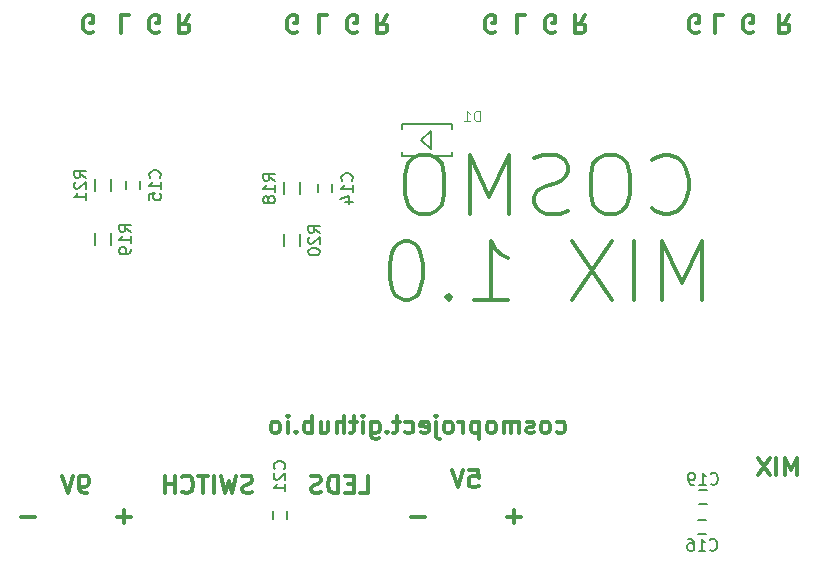
<source format=gbr>
G04 #@! TF.FileFunction,Legend,Bot*
%FSLAX46Y46*%
G04 Gerber Fmt 4.6, Leading zero omitted, Abs format (unit mm)*
G04 Created by KiCad (PCBNEW (2015-10-25 BZR 6279)-product) date Monday 26. October 2015 20.42.08*
%MOMM*%
G01*
G04 APERTURE LIST*
%ADD10C,0.100000*%
%ADD11C,0.300000*%
%ADD12C,0.150000*%
%ADD13C,0.127000*%
%ADD14C,0.096520*%
G04 APERTURE END LIST*
D10*
D11*
X210867428Y-108374571D02*
X210867428Y-106874571D01*
X210367428Y-107946000D01*
X209867428Y-106874571D01*
X209867428Y-108374571D01*
X209153142Y-108374571D02*
X209153142Y-106874571D01*
X208581713Y-106874571D02*
X207581713Y-108374571D01*
X207581713Y-106874571D02*
X208581713Y-108374571D01*
X164786000Y-109827143D02*
X164571714Y-109898571D01*
X164214571Y-109898571D01*
X164071714Y-109827143D01*
X164000285Y-109755714D01*
X163928857Y-109612857D01*
X163928857Y-109470000D01*
X164000285Y-109327143D01*
X164071714Y-109255714D01*
X164214571Y-109184286D01*
X164500285Y-109112857D01*
X164643143Y-109041429D01*
X164714571Y-108970000D01*
X164786000Y-108827143D01*
X164786000Y-108684286D01*
X164714571Y-108541429D01*
X164643143Y-108470000D01*
X164500285Y-108398571D01*
X164143143Y-108398571D01*
X163928857Y-108470000D01*
X163428857Y-108398571D02*
X163071714Y-109898571D01*
X162786000Y-108827143D01*
X162500286Y-109898571D01*
X162143143Y-108398571D01*
X161571714Y-109898571D02*
X161571714Y-108398571D01*
X161071714Y-108398571D02*
X160214571Y-108398571D01*
X160643142Y-109898571D02*
X160643142Y-108398571D01*
X158857428Y-109755714D02*
X158928857Y-109827143D01*
X159143143Y-109898571D01*
X159286000Y-109898571D01*
X159500285Y-109827143D01*
X159643143Y-109684286D01*
X159714571Y-109541429D01*
X159786000Y-109255714D01*
X159786000Y-109041429D01*
X159714571Y-108755714D01*
X159643143Y-108612857D01*
X159500285Y-108470000D01*
X159286000Y-108398571D01*
X159143143Y-108398571D01*
X158928857Y-108470000D01*
X158857428Y-108541429D01*
X158214571Y-109898571D02*
X158214571Y-108398571D01*
X158214571Y-109112857D02*
X157357428Y-109112857D01*
X157357428Y-109898571D02*
X157357428Y-108398571D01*
X173890571Y-109898571D02*
X174604857Y-109898571D01*
X174604857Y-108398571D01*
X173390571Y-109112857D02*
X172890571Y-109112857D01*
X172676285Y-109898571D02*
X173390571Y-109898571D01*
X173390571Y-108398571D01*
X172676285Y-108398571D01*
X172033428Y-109898571D02*
X172033428Y-108398571D01*
X171676285Y-108398571D01*
X171462000Y-108470000D01*
X171319142Y-108612857D01*
X171247714Y-108755714D01*
X171176285Y-109041429D01*
X171176285Y-109255714D01*
X171247714Y-109541429D01*
X171319142Y-109684286D01*
X171462000Y-109827143D01*
X171676285Y-109898571D01*
X172033428Y-109898571D01*
X170604857Y-109827143D02*
X170390571Y-109898571D01*
X170033428Y-109898571D01*
X169890571Y-109827143D01*
X169819142Y-109755714D01*
X169747714Y-109612857D01*
X169747714Y-109470000D01*
X169819142Y-109327143D01*
X169890571Y-109255714D01*
X170033428Y-109184286D01*
X170319142Y-109112857D01*
X170462000Y-109041429D01*
X170533428Y-108970000D01*
X170604857Y-108827143D01*
X170604857Y-108684286D01*
X170533428Y-108541429D01*
X170462000Y-108470000D01*
X170319142Y-108398571D01*
X169962000Y-108398571D01*
X169747714Y-108470000D01*
X183165713Y-107890571D02*
X183879999Y-107890571D01*
X183951428Y-108604857D01*
X183879999Y-108533429D01*
X183737142Y-108462000D01*
X183379999Y-108462000D01*
X183237142Y-108533429D01*
X183165713Y-108604857D01*
X183094285Y-108747714D01*
X183094285Y-109104857D01*
X183165713Y-109247714D01*
X183237142Y-109319143D01*
X183379999Y-109390571D01*
X183737142Y-109390571D01*
X183879999Y-109319143D01*
X183951428Y-109247714D01*
X182665714Y-107890571D02*
X182165714Y-109390571D01*
X181665714Y-107890571D01*
X150788571Y-109898571D02*
X150502856Y-109898571D01*
X150359999Y-109827143D01*
X150288571Y-109755714D01*
X150145713Y-109541429D01*
X150074285Y-109255714D01*
X150074285Y-108684286D01*
X150145713Y-108541429D01*
X150217142Y-108470000D01*
X150359999Y-108398571D01*
X150645713Y-108398571D01*
X150788571Y-108470000D01*
X150859999Y-108541429D01*
X150931428Y-108684286D01*
X150931428Y-109041429D01*
X150859999Y-109184286D01*
X150788571Y-109255714D01*
X150645713Y-109327143D01*
X150359999Y-109327143D01*
X150217142Y-109255714D01*
X150145713Y-109184286D01*
X150074285Y-109041429D01*
X149645714Y-108398571D02*
X149145714Y-109898571D01*
X148645714Y-108398571D01*
X146367428Y-111867143D02*
X145224571Y-111867143D01*
X179387428Y-111867143D02*
X178244571Y-111867143D01*
X187515428Y-111867143D02*
X186372571Y-111867143D01*
X186944000Y-112438571D02*
X186944000Y-111295714D01*
X154495428Y-111867143D02*
X153352571Y-111867143D01*
X153924000Y-112438571D02*
X153924000Y-111295714D01*
X190566001Y-104747143D02*
X190708858Y-104818571D01*
X190994572Y-104818571D01*
X191137430Y-104747143D01*
X191208858Y-104675714D01*
X191280287Y-104532857D01*
X191280287Y-104104286D01*
X191208858Y-103961429D01*
X191137430Y-103890000D01*
X190994572Y-103818571D01*
X190708858Y-103818571D01*
X190566001Y-103890000D01*
X189708858Y-104818571D02*
X189851716Y-104747143D01*
X189923144Y-104675714D01*
X189994573Y-104532857D01*
X189994573Y-104104286D01*
X189923144Y-103961429D01*
X189851716Y-103890000D01*
X189708858Y-103818571D01*
X189494573Y-103818571D01*
X189351716Y-103890000D01*
X189280287Y-103961429D01*
X189208858Y-104104286D01*
X189208858Y-104532857D01*
X189280287Y-104675714D01*
X189351716Y-104747143D01*
X189494573Y-104818571D01*
X189708858Y-104818571D01*
X188637430Y-104747143D02*
X188494573Y-104818571D01*
X188208858Y-104818571D01*
X188066001Y-104747143D01*
X187994573Y-104604286D01*
X187994573Y-104532857D01*
X188066001Y-104390000D01*
X188208858Y-104318571D01*
X188423144Y-104318571D01*
X188566001Y-104247143D01*
X188637430Y-104104286D01*
X188637430Y-104032857D01*
X188566001Y-103890000D01*
X188423144Y-103818571D01*
X188208858Y-103818571D01*
X188066001Y-103890000D01*
X187351715Y-104818571D02*
X187351715Y-103818571D01*
X187351715Y-103961429D02*
X187280287Y-103890000D01*
X187137429Y-103818571D01*
X186923144Y-103818571D01*
X186780287Y-103890000D01*
X186708858Y-104032857D01*
X186708858Y-104818571D01*
X186708858Y-104032857D02*
X186637429Y-103890000D01*
X186494572Y-103818571D01*
X186280287Y-103818571D01*
X186137429Y-103890000D01*
X186066001Y-104032857D01*
X186066001Y-104818571D01*
X185137429Y-104818571D02*
X185280287Y-104747143D01*
X185351715Y-104675714D01*
X185423144Y-104532857D01*
X185423144Y-104104286D01*
X185351715Y-103961429D01*
X185280287Y-103890000D01*
X185137429Y-103818571D01*
X184923144Y-103818571D01*
X184780287Y-103890000D01*
X184708858Y-103961429D01*
X184637429Y-104104286D01*
X184637429Y-104532857D01*
X184708858Y-104675714D01*
X184780287Y-104747143D01*
X184923144Y-104818571D01*
X185137429Y-104818571D01*
X183994572Y-103818571D02*
X183994572Y-105318571D01*
X183994572Y-103890000D02*
X183851715Y-103818571D01*
X183566001Y-103818571D01*
X183423144Y-103890000D01*
X183351715Y-103961429D01*
X183280286Y-104104286D01*
X183280286Y-104532857D01*
X183351715Y-104675714D01*
X183423144Y-104747143D01*
X183566001Y-104818571D01*
X183851715Y-104818571D01*
X183994572Y-104747143D01*
X182637429Y-104818571D02*
X182637429Y-103818571D01*
X182637429Y-104104286D02*
X182566001Y-103961429D01*
X182494572Y-103890000D01*
X182351715Y-103818571D01*
X182208858Y-103818571D01*
X181494572Y-104818571D02*
X181637430Y-104747143D01*
X181708858Y-104675714D01*
X181780287Y-104532857D01*
X181780287Y-104104286D01*
X181708858Y-103961429D01*
X181637430Y-103890000D01*
X181494572Y-103818571D01*
X181280287Y-103818571D01*
X181137430Y-103890000D01*
X181066001Y-103961429D01*
X180994572Y-104104286D01*
X180994572Y-104532857D01*
X181066001Y-104675714D01*
X181137430Y-104747143D01*
X181280287Y-104818571D01*
X181494572Y-104818571D01*
X180351715Y-103818571D02*
X180351715Y-105104286D01*
X180423144Y-105247143D01*
X180566001Y-105318571D01*
X180637429Y-105318571D01*
X180351715Y-103318571D02*
X180423144Y-103390000D01*
X180351715Y-103461429D01*
X180280287Y-103390000D01*
X180351715Y-103318571D01*
X180351715Y-103461429D01*
X179066001Y-104747143D02*
X179208858Y-104818571D01*
X179494572Y-104818571D01*
X179637429Y-104747143D01*
X179708858Y-104604286D01*
X179708858Y-104032857D01*
X179637429Y-103890000D01*
X179494572Y-103818571D01*
X179208858Y-103818571D01*
X179066001Y-103890000D01*
X178994572Y-104032857D01*
X178994572Y-104175714D01*
X179708858Y-104318571D01*
X177708858Y-104747143D02*
X177851715Y-104818571D01*
X178137429Y-104818571D01*
X178280287Y-104747143D01*
X178351715Y-104675714D01*
X178423144Y-104532857D01*
X178423144Y-104104286D01*
X178351715Y-103961429D01*
X178280287Y-103890000D01*
X178137429Y-103818571D01*
X177851715Y-103818571D01*
X177708858Y-103890000D01*
X177280287Y-103818571D02*
X176708858Y-103818571D01*
X177066001Y-103318571D02*
X177066001Y-104604286D01*
X176994573Y-104747143D01*
X176851715Y-104818571D01*
X176708858Y-104818571D01*
X176208858Y-104675714D02*
X176137430Y-104747143D01*
X176208858Y-104818571D01*
X176280287Y-104747143D01*
X176208858Y-104675714D01*
X176208858Y-104818571D01*
X174851715Y-103818571D02*
X174851715Y-105032857D01*
X174923144Y-105175714D01*
X174994572Y-105247143D01*
X175137429Y-105318571D01*
X175351715Y-105318571D01*
X175494572Y-105247143D01*
X174851715Y-104747143D02*
X174994572Y-104818571D01*
X175280286Y-104818571D01*
X175423144Y-104747143D01*
X175494572Y-104675714D01*
X175566001Y-104532857D01*
X175566001Y-104104286D01*
X175494572Y-103961429D01*
X175423144Y-103890000D01*
X175280286Y-103818571D01*
X174994572Y-103818571D01*
X174851715Y-103890000D01*
X174137429Y-104818571D02*
X174137429Y-103818571D01*
X174137429Y-103318571D02*
X174208858Y-103390000D01*
X174137429Y-103461429D01*
X174066001Y-103390000D01*
X174137429Y-103318571D01*
X174137429Y-103461429D01*
X173637429Y-103818571D02*
X173066000Y-103818571D01*
X173423143Y-103318571D02*
X173423143Y-104604286D01*
X173351715Y-104747143D01*
X173208857Y-104818571D01*
X173066000Y-104818571D01*
X172566000Y-104818571D02*
X172566000Y-103318571D01*
X171923143Y-104818571D02*
X171923143Y-104032857D01*
X171994572Y-103890000D01*
X172137429Y-103818571D01*
X172351714Y-103818571D01*
X172494572Y-103890000D01*
X172566000Y-103961429D01*
X170566000Y-103818571D02*
X170566000Y-104818571D01*
X171208857Y-103818571D02*
X171208857Y-104604286D01*
X171137429Y-104747143D01*
X170994571Y-104818571D01*
X170780286Y-104818571D01*
X170637429Y-104747143D01*
X170566000Y-104675714D01*
X169851714Y-104818571D02*
X169851714Y-103318571D01*
X169851714Y-103890000D02*
X169708857Y-103818571D01*
X169423143Y-103818571D01*
X169280286Y-103890000D01*
X169208857Y-103961429D01*
X169137428Y-104104286D01*
X169137428Y-104532857D01*
X169208857Y-104675714D01*
X169280286Y-104747143D01*
X169423143Y-104818571D01*
X169708857Y-104818571D01*
X169851714Y-104747143D01*
X168494571Y-104675714D02*
X168423143Y-104747143D01*
X168494571Y-104818571D01*
X168566000Y-104747143D01*
X168494571Y-104675714D01*
X168494571Y-104818571D01*
X167780285Y-104818571D02*
X167780285Y-103818571D01*
X167780285Y-103318571D02*
X167851714Y-103390000D01*
X167780285Y-103461429D01*
X167708857Y-103390000D01*
X167780285Y-103318571D01*
X167780285Y-103461429D01*
X166851713Y-104818571D02*
X166994571Y-104747143D01*
X167065999Y-104675714D01*
X167137428Y-104532857D01*
X167137428Y-104104286D01*
X167065999Y-103961429D01*
X166994571Y-103890000D01*
X166851713Y-103818571D01*
X166637428Y-103818571D01*
X166494571Y-103890000D01*
X166423142Y-103961429D01*
X166351713Y-104104286D01*
X166351713Y-104532857D01*
X166423142Y-104675714D01*
X166494571Y-104747143D01*
X166637428Y-104818571D01*
X166851713Y-104818571D01*
X198666571Y-85765714D02*
X198904666Y-86003810D01*
X199618952Y-86241905D01*
X200095142Y-86241905D01*
X200809428Y-86003810D01*
X201285619Y-85527619D01*
X201523714Y-85051429D01*
X201761809Y-84099048D01*
X201761809Y-83384762D01*
X201523714Y-82432381D01*
X201285619Y-81956190D01*
X200809428Y-81480000D01*
X200095142Y-81241905D01*
X199618952Y-81241905D01*
X198904666Y-81480000D01*
X198666571Y-81718095D01*
X195571333Y-81241905D02*
X194618952Y-81241905D01*
X194142761Y-81480000D01*
X193666571Y-81956190D01*
X193428476Y-82908571D01*
X193428476Y-84575238D01*
X193666571Y-85527619D01*
X194142761Y-86003810D01*
X194618952Y-86241905D01*
X195571333Y-86241905D01*
X196047523Y-86003810D01*
X196523714Y-85527619D01*
X196761809Y-84575238D01*
X196761809Y-82908571D01*
X196523714Y-81956190D01*
X196047523Y-81480000D01*
X195571333Y-81241905D01*
X191523714Y-86003810D02*
X190809428Y-86241905D01*
X189618952Y-86241905D01*
X189142762Y-86003810D01*
X188904666Y-85765714D01*
X188666571Y-85289524D01*
X188666571Y-84813333D01*
X188904666Y-84337143D01*
X189142762Y-84099048D01*
X189618952Y-83860952D01*
X190571333Y-83622857D01*
X191047524Y-83384762D01*
X191285619Y-83146667D01*
X191523714Y-82670476D01*
X191523714Y-82194286D01*
X191285619Y-81718095D01*
X191047524Y-81480000D01*
X190571333Y-81241905D01*
X189380857Y-81241905D01*
X188666571Y-81480000D01*
X186523714Y-86241905D02*
X186523714Y-81241905D01*
X184857047Y-84813333D01*
X183190380Y-81241905D01*
X183190380Y-86241905D01*
X179857047Y-81241905D02*
X178904666Y-81241905D01*
X178428475Y-81480000D01*
X177952285Y-81956190D01*
X177714190Y-82908571D01*
X177714190Y-84575238D01*
X177952285Y-85527619D01*
X178428475Y-86003810D01*
X178904666Y-86241905D01*
X179857047Y-86241905D01*
X180333237Y-86003810D01*
X180809428Y-85527619D01*
X181047523Y-84575238D01*
X181047523Y-82908571D01*
X180809428Y-81956190D01*
X180333237Y-81480000D01*
X179857047Y-81241905D01*
X202833238Y-93541905D02*
X202833238Y-88541905D01*
X201166571Y-92113333D01*
X199499904Y-88541905D01*
X199499904Y-93541905D01*
X197118952Y-93541905D02*
X197118952Y-88541905D01*
X195214190Y-88541905D02*
X191880857Y-93541905D01*
X191880857Y-88541905D02*
X195214190Y-93541905D01*
X183547523Y-93541905D02*
X186404666Y-93541905D01*
X184976095Y-93541905D02*
X184976095Y-88541905D01*
X185452285Y-89256190D01*
X185928476Y-89732381D01*
X186404666Y-89970476D01*
X181404666Y-93065714D02*
X181166571Y-93303810D01*
X181404666Y-93541905D01*
X181642761Y-93303810D01*
X181404666Y-93065714D01*
X181404666Y-93541905D01*
X178071333Y-88541905D02*
X177595142Y-88541905D01*
X177118952Y-88780000D01*
X176880857Y-89018095D01*
X176642761Y-89494286D01*
X176404666Y-90446667D01*
X176404666Y-91637143D01*
X176642761Y-92589524D01*
X176880857Y-93065714D01*
X177118952Y-93303810D01*
X177595142Y-93541905D01*
X178071333Y-93541905D01*
X178547523Y-93303810D01*
X178785619Y-93065714D01*
X179023714Y-92589524D01*
X179261809Y-91637143D01*
X179261809Y-90446667D01*
X179023714Y-89494286D01*
X178785619Y-89018095D01*
X178547523Y-88780000D01*
X178071333Y-88541905D01*
X204680286Y-69425429D02*
X203966000Y-69425429D01*
X203966000Y-70925429D01*
X187916286Y-69425429D02*
X187202000Y-69425429D01*
X187202000Y-70925429D01*
X171152286Y-69425429D02*
X170438000Y-69425429D01*
X170438000Y-70925429D01*
X154388286Y-69425429D02*
X153674000Y-69425429D01*
X153674000Y-70925429D01*
X159468286Y-69425429D02*
X158968286Y-70139714D01*
X158611143Y-69425429D02*
X158611143Y-70925429D01*
X159182571Y-70925429D01*
X159325429Y-70854000D01*
X159396857Y-70782571D01*
X159468286Y-70639714D01*
X159468286Y-70425429D01*
X159396857Y-70282571D01*
X159325429Y-70211143D01*
X159182571Y-70139714D01*
X158611143Y-70139714D01*
X176232286Y-69425429D02*
X175732286Y-70139714D01*
X175375143Y-69425429D02*
X175375143Y-70925429D01*
X175946571Y-70925429D01*
X176089429Y-70854000D01*
X176160857Y-70782571D01*
X176232286Y-70639714D01*
X176232286Y-70425429D01*
X176160857Y-70282571D01*
X176089429Y-70211143D01*
X175946571Y-70139714D01*
X175375143Y-70139714D01*
X192996286Y-69425429D02*
X192496286Y-70139714D01*
X192139143Y-69425429D02*
X192139143Y-70925429D01*
X192710571Y-70925429D01*
X192853429Y-70854000D01*
X192924857Y-70782571D01*
X192996286Y-70639714D01*
X192996286Y-70425429D01*
X192924857Y-70282571D01*
X192853429Y-70211143D01*
X192710571Y-70139714D01*
X192139143Y-70139714D01*
X210268286Y-69425429D02*
X209768286Y-70139714D01*
X209411143Y-69425429D02*
X209411143Y-70925429D01*
X209982571Y-70925429D01*
X210125429Y-70854000D01*
X210196857Y-70782571D01*
X210268286Y-70639714D01*
X210268286Y-70425429D01*
X210196857Y-70282571D01*
X210125429Y-70211143D01*
X209982571Y-70139714D01*
X209411143Y-70139714D01*
X207148857Y-70854000D02*
X207006000Y-70925429D01*
X206791714Y-70925429D01*
X206577429Y-70854000D01*
X206434571Y-70711143D01*
X206363143Y-70568286D01*
X206291714Y-70282571D01*
X206291714Y-70068286D01*
X206363143Y-69782571D01*
X206434571Y-69639714D01*
X206577429Y-69496857D01*
X206791714Y-69425429D01*
X206934571Y-69425429D01*
X207148857Y-69496857D01*
X207220286Y-69568286D01*
X207220286Y-70068286D01*
X206934571Y-70068286D01*
X202576857Y-70854000D02*
X202434000Y-70925429D01*
X202219714Y-70925429D01*
X202005429Y-70854000D01*
X201862571Y-70711143D01*
X201791143Y-70568286D01*
X201719714Y-70282571D01*
X201719714Y-70068286D01*
X201791143Y-69782571D01*
X201862571Y-69639714D01*
X202005429Y-69496857D01*
X202219714Y-69425429D01*
X202362571Y-69425429D01*
X202576857Y-69496857D01*
X202648286Y-69568286D01*
X202648286Y-70068286D01*
X202362571Y-70068286D01*
X190384857Y-70854000D02*
X190242000Y-70925429D01*
X190027714Y-70925429D01*
X189813429Y-70854000D01*
X189670571Y-70711143D01*
X189599143Y-70568286D01*
X189527714Y-70282571D01*
X189527714Y-70068286D01*
X189599143Y-69782571D01*
X189670571Y-69639714D01*
X189813429Y-69496857D01*
X190027714Y-69425429D01*
X190170571Y-69425429D01*
X190384857Y-69496857D01*
X190456286Y-69568286D01*
X190456286Y-70068286D01*
X190170571Y-70068286D01*
X185304857Y-70854000D02*
X185162000Y-70925429D01*
X184947714Y-70925429D01*
X184733429Y-70854000D01*
X184590571Y-70711143D01*
X184519143Y-70568286D01*
X184447714Y-70282571D01*
X184447714Y-70068286D01*
X184519143Y-69782571D01*
X184590571Y-69639714D01*
X184733429Y-69496857D01*
X184947714Y-69425429D01*
X185090571Y-69425429D01*
X185304857Y-69496857D01*
X185376286Y-69568286D01*
X185376286Y-70068286D01*
X185090571Y-70068286D01*
X151268857Y-70854000D02*
X151126000Y-70925429D01*
X150911714Y-70925429D01*
X150697429Y-70854000D01*
X150554571Y-70711143D01*
X150483143Y-70568286D01*
X150411714Y-70282571D01*
X150411714Y-70068286D01*
X150483143Y-69782571D01*
X150554571Y-69639714D01*
X150697429Y-69496857D01*
X150911714Y-69425429D01*
X151054571Y-69425429D01*
X151268857Y-69496857D01*
X151340286Y-69568286D01*
X151340286Y-70068286D01*
X151054571Y-70068286D01*
X156856857Y-70854000D02*
X156714000Y-70925429D01*
X156499714Y-70925429D01*
X156285429Y-70854000D01*
X156142571Y-70711143D01*
X156071143Y-70568286D01*
X155999714Y-70282571D01*
X155999714Y-70068286D01*
X156071143Y-69782571D01*
X156142571Y-69639714D01*
X156285429Y-69496857D01*
X156499714Y-69425429D01*
X156642571Y-69425429D01*
X156856857Y-69496857D01*
X156928286Y-69568286D01*
X156928286Y-70068286D01*
X156642571Y-70068286D01*
X173620857Y-70854000D02*
X173478000Y-70925429D01*
X173263714Y-70925429D01*
X173049429Y-70854000D01*
X172906571Y-70711143D01*
X172835143Y-70568286D01*
X172763714Y-70282571D01*
X172763714Y-70068286D01*
X172835143Y-69782571D01*
X172906571Y-69639714D01*
X173049429Y-69496857D01*
X173263714Y-69425429D01*
X173406571Y-69425429D01*
X173620857Y-69496857D01*
X173692286Y-69568286D01*
X173692286Y-70068286D01*
X173406571Y-70068286D01*
X168540857Y-70854000D02*
X168398000Y-70925429D01*
X168183714Y-70925429D01*
X167969429Y-70854000D01*
X167826571Y-70711143D01*
X167755143Y-70568286D01*
X167683714Y-70282571D01*
X167683714Y-70068286D01*
X167755143Y-69782571D01*
X167826571Y-69639714D01*
X167969429Y-69496857D01*
X168183714Y-69425429D01*
X168326571Y-69425429D01*
X168540857Y-69496857D01*
X168612286Y-69568286D01*
X168612286Y-70068286D01*
X168326571Y-70068286D01*
D12*
X151471000Y-87892000D02*
X151471000Y-88892000D01*
X152821000Y-88892000D02*
X152821000Y-87892000D01*
D13*
X181714140Y-78661260D02*
X177426620Y-78661260D01*
X177426620Y-81358740D02*
X181714140Y-81358740D01*
X177421540Y-78712060D02*
X177421540Y-79011780D01*
X177421540Y-81307940D02*
X177421540Y-81008220D01*
X181719220Y-81307940D02*
X181719220Y-81008220D01*
X181719220Y-78712060D02*
X181719220Y-79011780D01*
X179951380Y-79248000D02*
X179062380Y-80010000D01*
X179062380Y-80010000D02*
X179951380Y-80772000D01*
X179951380Y-80772000D02*
X179951380Y-79248000D01*
D12*
X171542000Y-84424000D02*
X171542000Y-83724000D01*
X170342000Y-83724000D02*
X170342000Y-84424000D01*
X155286000Y-84170000D02*
X155286000Y-83470000D01*
X154086000Y-83470000D02*
X154086000Y-84170000D01*
X202530000Y-113376000D02*
X203230000Y-113376000D01*
X203230000Y-112176000D02*
X202530000Y-112176000D01*
X202596000Y-110836000D02*
X203296000Y-110836000D01*
X203296000Y-109636000D02*
X202596000Y-109636000D01*
X168823000Y-84574000D02*
X168823000Y-83574000D01*
X167473000Y-83574000D02*
X167473000Y-84574000D01*
X167473000Y-87976000D02*
X167473000Y-88976000D01*
X168823000Y-88976000D02*
X168823000Y-87976000D01*
X152821000Y-84320000D02*
X152821000Y-83320000D01*
X151471000Y-83320000D02*
X151471000Y-84320000D01*
X167732000Y-112110000D02*
X167732000Y-111410000D01*
X166532000Y-111410000D02*
X166532000Y-112110000D01*
X154498381Y-87749143D02*
X154022190Y-87415809D01*
X154498381Y-87177714D02*
X153498381Y-87177714D01*
X153498381Y-87558667D01*
X153546000Y-87653905D01*
X153593619Y-87701524D01*
X153688857Y-87749143D01*
X153831714Y-87749143D01*
X153926952Y-87701524D01*
X153974571Y-87653905D01*
X154022190Y-87558667D01*
X154022190Y-87177714D01*
X154498381Y-88701524D02*
X154498381Y-88130095D01*
X154498381Y-88415809D02*
X153498381Y-88415809D01*
X153641238Y-88320571D01*
X153736476Y-88225333D01*
X153784095Y-88130095D01*
X154498381Y-89177714D02*
X154498381Y-89368190D01*
X154450762Y-89463429D01*
X154403143Y-89511048D01*
X154260286Y-89606286D01*
X154069810Y-89653905D01*
X153688857Y-89653905D01*
X153593619Y-89606286D01*
X153546000Y-89558667D01*
X153498381Y-89463429D01*
X153498381Y-89272952D01*
X153546000Y-89177714D01*
X153593619Y-89130095D01*
X153688857Y-89082476D01*
X153926952Y-89082476D01*
X154022190Y-89130095D01*
X154069810Y-89177714D01*
X154117429Y-89272952D01*
X154117429Y-89463429D01*
X154069810Y-89558667D01*
X154022190Y-89606286D01*
X153926952Y-89653905D01*
D14*
X184044166Y-78380167D02*
X184044166Y-77491167D01*
X183832500Y-77491167D01*
X183705500Y-77533500D01*
X183620833Y-77618167D01*
X183578500Y-77702833D01*
X183536166Y-77872167D01*
X183536166Y-77999167D01*
X183578500Y-78168500D01*
X183620833Y-78253167D01*
X183705500Y-78337833D01*
X183832500Y-78380167D01*
X184044166Y-78380167D01*
X182689500Y-78380167D02*
X183197500Y-78380167D01*
X182943500Y-78380167D02*
X182943500Y-77491167D01*
X183028166Y-77618167D01*
X183112833Y-77702833D01*
X183197500Y-77745167D01*
D12*
X173199143Y-83431143D02*
X173246762Y-83383524D01*
X173294381Y-83240667D01*
X173294381Y-83145429D01*
X173246762Y-83002571D01*
X173151524Y-82907333D01*
X173056286Y-82859714D01*
X172865810Y-82812095D01*
X172722952Y-82812095D01*
X172532476Y-82859714D01*
X172437238Y-82907333D01*
X172342000Y-83002571D01*
X172294381Y-83145429D01*
X172294381Y-83240667D01*
X172342000Y-83383524D01*
X172389619Y-83431143D01*
X173294381Y-84383524D02*
X173294381Y-83812095D01*
X173294381Y-84097809D02*
X172294381Y-84097809D01*
X172437238Y-84002571D01*
X172532476Y-83907333D01*
X172580095Y-83812095D01*
X172627714Y-85240667D02*
X173294381Y-85240667D01*
X172246762Y-85002571D02*
X172961048Y-84764476D01*
X172961048Y-85383524D01*
X156943143Y-83177143D02*
X156990762Y-83129524D01*
X157038381Y-82986667D01*
X157038381Y-82891429D01*
X156990762Y-82748571D01*
X156895524Y-82653333D01*
X156800286Y-82605714D01*
X156609810Y-82558095D01*
X156466952Y-82558095D01*
X156276476Y-82605714D01*
X156181238Y-82653333D01*
X156086000Y-82748571D01*
X156038381Y-82891429D01*
X156038381Y-82986667D01*
X156086000Y-83129524D01*
X156133619Y-83177143D01*
X157038381Y-84129524D02*
X157038381Y-83558095D01*
X157038381Y-83843809D02*
X156038381Y-83843809D01*
X156181238Y-83748571D01*
X156276476Y-83653333D01*
X156324095Y-83558095D01*
X156038381Y-85034286D02*
X156038381Y-84558095D01*
X156514571Y-84510476D01*
X156466952Y-84558095D01*
X156419333Y-84653333D01*
X156419333Y-84891429D01*
X156466952Y-84986667D01*
X156514571Y-85034286D01*
X156609810Y-85081905D01*
X156847905Y-85081905D01*
X156943143Y-85034286D01*
X156990762Y-84986667D01*
X157038381Y-84891429D01*
X157038381Y-84653333D01*
X156990762Y-84558095D01*
X156943143Y-84510476D01*
X203522857Y-114657143D02*
X203570476Y-114704762D01*
X203713333Y-114752381D01*
X203808571Y-114752381D01*
X203951429Y-114704762D01*
X204046667Y-114609524D01*
X204094286Y-114514286D01*
X204141905Y-114323810D01*
X204141905Y-114180952D01*
X204094286Y-113990476D01*
X204046667Y-113895238D01*
X203951429Y-113800000D01*
X203808571Y-113752381D01*
X203713333Y-113752381D01*
X203570476Y-113800000D01*
X203522857Y-113847619D01*
X202570476Y-114752381D02*
X203141905Y-114752381D01*
X202856191Y-114752381D02*
X202856191Y-113752381D01*
X202951429Y-113895238D01*
X203046667Y-113990476D01*
X203141905Y-114038095D01*
X201713333Y-113752381D02*
X201903810Y-113752381D01*
X201999048Y-113800000D01*
X202046667Y-113847619D01*
X202141905Y-113990476D01*
X202189524Y-114180952D01*
X202189524Y-114561905D01*
X202141905Y-114657143D01*
X202094286Y-114704762D01*
X201999048Y-114752381D01*
X201808571Y-114752381D01*
X201713333Y-114704762D01*
X201665714Y-114657143D01*
X201618095Y-114561905D01*
X201618095Y-114323810D01*
X201665714Y-114228571D01*
X201713333Y-114180952D01*
X201808571Y-114133333D01*
X201999048Y-114133333D01*
X202094286Y-114180952D01*
X202141905Y-114228571D01*
X202189524Y-114323810D01*
X203588857Y-109069143D02*
X203636476Y-109116762D01*
X203779333Y-109164381D01*
X203874571Y-109164381D01*
X204017429Y-109116762D01*
X204112667Y-109021524D01*
X204160286Y-108926286D01*
X204207905Y-108735810D01*
X204207905Y-108592952D01*
X204160286Y-108402476D01*
X204112667Y-108307238D01*
X204017429Y-108212000D01*
X203874571Y-108164381D01*
X203779333Y-108164381D01*
X203636476Y-108212000D01*
X203588857Y-108259619D01*
X202636476Y-109164381D02*
X203207905Y-109164381D01*
X202922191Y-109164381D02*
X202922191Y-108164381D01*
X203017429Y-108307238D01*
X203112667Y-108402476D01*
X203207905Y-108450095D01*
X202160286Y-109164381D02*
X201969810Y-109164381D01*
X201874571Y-109116762D01*
X201826952Y-109069143D01*
X201731714Y-108926286D01*
X201684095Y-108735810D01*
X201684095Y-108354857D01*
X201731714Y-108259619D01*
X201779333Y-108212000D01*
X201874571Y-108164381D01*
X202065048Y-108164381D01*
X202160286Y-108212000D01*
X202207905Y-108259619D01*
X202255524Y-108354857D01*
X202255524Y-108592952D01*
X202207905Y-108688190D01*
X202160286Y-108735810D01*
X202065048Y-108783429D01*
X201874571Y-108783429D01*
X201779333Y-108735810D01*
X201731714Y-108688190D01*
X201684095Y-108592952D01*
X166700381Y-83431143D02*
X166224190Y-83097809D01*
X166700381Y-82859714D02*
X165700381Y-82859714D01*
X165700381Y-83240667D01*
X165748000Y-83335905D01*
X165795619Y-83383524D01*
X165890857Y-83431143D01*
X166033714Y-83431143D01*
X166128952Y-83383524D01*
X166176571Y-83335905D01*
X166224190Y-83240667D01*
X166224190Y-82859714D01*
X166700381Y-84383524D02*
X166700381Y-83812095D01*
X166700381Y-84097809D02*
X165700381Y-84097809D01*
X165843238Y-84002571D01*
X165938476Y-83907333D01*
X165986095Y-83812095D01*
X166128952Y-84954952D02*
X166081333Y-84859714D01*
X166033714Y-84812095D01*
X165938476Y-84764476D01*
X165890857Y-84764476D01*
X165795619Y-84812095D01*
X165748000Y-84859714D01*
X165700381Y-84954952D01*
X165700381Y-85145429D01*
X165748000Y-85240667D01*
X165795619Y-85288286D01*
X165890857Y-85335905D01*
X165938476Y-85335905D01*
X166033714Y-85288286D01*
X166081333Y-85240667D01*
X166128952Y-85145429D01*
X166128952Y-84954952D01*
X166176571Y-84859714D01*
X166224190Y-84812095D01*
X166319429Y-84764476D01*
X166509905Y-84764476D01*
X166605143Y-84812095D01*
X166652762Y-84859714D01*
X166700381Y-84954952D01*
X166700381Y-85145429D01*
X166652762Y-85240667D01*
X166605143Y-85288286D01*
X166509905Y-85335905D01*
X166319429Y-85335905D01*
X166224190Y-85288286D01*
X166176571Y-85240667D01*
X166128952Y-85145429D01*
X170500381Y-87833143D02*
X170024190Y-87499809D01*
X170500381Y-87261714D02*
X169500381Y-87261714D01*
X169500381Y-87642667D01*
X169548000Y-87737905D01*
X169595619Y-87785524D01*
X169690857Y-87833143D01*
X169833714Y-87833143D01*
X169928952Y-87785524D01*
X169976571Y-87737905D01*
X170024190Y-87642667D01*
X170024190Y-87261714D01*
X169595619Y-88214095D02*
X169548000Y-88261714D01*
X169500381Y-88356952D01*
X169500381Y-88595048D01*
X169548000Y-88690286D01*
X169595619Y-88737905D01*
X169690857Y-88785524D01*
X169786095Y-88785524D01*
X169928952Y-88737905D01*
X170500381Y-88166476D01*
X170500381Y-88785524D01*
X169500381Y-89404571D02*
X169500381Y-89499810D01*
X169548000Y-89595048D01*
X169595619Y-89642667D01*
X169690857Y-89690286D01*
X169881333Y-89737905D01*
X170119429Y-89737905D01*
X170309905Y-89690286D01*
X170405143Y-89642667D01*
X170452762Y-89595048D01*
X170500381Y-89499810D01*
X170500381Y-89404571D01*
X170452762Y-89309333D01*
X170405143Y-89261714D01*
X170309905Y-89214095D01*
X170119429Y-89166476D01*
X169881333Y-89166476D01*
X169690857Y-89214095D01*
X169595619Y-89261714D01*
X169548000Y-89309333D01*
X169500381Y-89404571D01*
X150698381Y-83177143D02*
X150222190Y-82843809D01*
X150698381Y-82605714D02*
X149698381Y-82605714D01*
X149698381Y-82986667D01*
X149746000Y-83081905D01*
X149793619Y-83129524D01*
X149888857Y-83177143D01*
X150031714Y-83177143D01*
X150126952Y-83129524D01*
X150174571Y-83081905D01*
X150222190Y-82986667D01*
X150222190Y-82605714D01*
X149793619Y-83558095D02*
X149746000Y-83605714D01*
X149698381Y-83700952D01*
X149698381Y-83939048D01*
X149746000Y-84034286D01*
X149793619Y-84081905D01*
X149888857Y-84129524D01*
X149984095Y-84129524D01*
X150126952Y-84081905D01*
X150698381Y-83510476D01*
X150698381Y-84129524D01*
X150698381Y-85081905D02*
X150698381Y-84510476D01*
X150698381Y-84796190D02*
X149698381Y-84796190D01*
X149841238Y-84700952D01*
X149936476Y-84605714D01*
X149984095Y-84510476D01*
X167489143Y-107815143D02*
X167536762Y-107767524D01*
X167584381Y-107624667D01*
X167584381Y-107529429D01*
X167536762Y-107386571D01*
X167441524Y-107291333D01*
X167346286Y-107243714D01*
X167155810Y-107196095D01*
X167012952Y-107196095D01*
X166822476Y-107243714D01*
X166727238Y-107291333D01*
X166632000Y-107386571D01*
X166584381Y-107529429D01*
X166584381Y-107624667D01*
X166632000Y-107767524D01*
X166679619Y-107815143D01*
X166679619Y-108196095D02*
X166632000Y-108243714D01*
X166584381Y-108338952D01*
X166584381Y-108577048D01*
X166632000Y-108672286D01*
X166679619Y-108719905D01*
X166774857Y-108767524D01*
X166870095Y-108767524D01*
X167012952Y-108719905D01*
X167584381Y-108148476D01*
X167584381Y-108767524D01*
X167584381Y-109719905D02*
X167584381Y-109148476D01*
X167584381Y-109434190D02*
X166584381Y-109434190D01*
X166727238Y-109338952D01*
X166822476Y-109243714D01*
X166870095Y-109148476D01*
M02*

</source>
